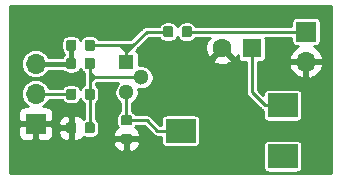
<source format=gtl>
G04 #@! TF.GenerationSoftware,KiCad,Pcbnew,(5.1.4)-1*
G04 #@! TF.CreationDate,2020-05-05T22:30:09+03:00*
G04 #@! TF.ProjectId,Singe_transistor_AMP,53696e67-655f-4747-9261-6e736973746f,V1*
G04 #@! TF.SameCoordinates,Original*
G04 #@! TF.FileFunction,Copper,L1,Top*
G04 #@! TF.FilePolarity,Positive*
%FSLAX46Y46*%
G04 Gerber Fmt 4.6, Leading zero omitted, Abs format (unit mm)*
G04 Created by KiCad (PCBNEW (5.1.4)-1) date 2020-05-05 22:30:09*
%MOMM*%
%LPD*%
G04 APERTURE LIST*
%ADD10R,2.500000X2.000000*%
%ADD11R,1.600000X1.600000*%
%ADD12C,1.600000*%
%ADD13R,1.700000X1.700000*%
%ADD14O,1.700000X1.700000*%
%ADD15C,1.300000*%
%ADD16R,1.300000X1.300000*%
%ADD17C,0.100000*%
%ADD18C,0.875000*%
%ADD19C,0.250000*%
%ADD20C,0.400000*%
%ADD21C,0.254000*%
G04 APERTURE END LIST*
D10*
X120525000Y-103150000D03*
X111875000Y-101000000D03*
X120525000Y-98850000D03*
D11*
X117900000Y-94000000D03*
D12*
X115400000Y-94000000D03*
D13*
X99600000Y-100400000D03*
D14*
X99600000Y-97860000D03*
X99600000Y-95320000D03*
D13*
X122500000Y-92600000D03*
D14*
X122500000Y-95140000D03*
D15*
X108570000Y-96470000D03*
X107300000Y-97740000D03*
D16*
X107300000Y-95200000D03*
D17*
G36*
X102852691Y-97426053D02*
G01*
X102873926Y-97429203D01*
X102894750Y-97434419D01*
X102914962Y-97441651D01*
X102934368Y-97450830D01*
X102952781Y-97461866D01*
X102970024Y-97474654D01*
X102985930Y-97489070D01*
X103000346Y-97504976D01*
X103013134Y-97522219D01*
X103024170Y-97540632D01*
X103033349Y-97560038D01*
X103040581Y-97580250D01*
X103045797Y-97601074D01*
X103048947Y-97622309D01*
X103050000Y-97643750D01*
X103050000Y-98156250D01*
X103048947Y-98177691D01*
X103045797Y-98198926D01*
X103040581Y-98219750D01*
X103033349Y-98239962D01*
X103024170Y-98259368D01*
X103013134Y-98277781D01*
X103000346Y-98295024D01*
X102985930Y-98310930D01*
X102970024Y-98325346D01*
X102952781Y-98338134D01*
X102934368Y-98349170D01*
X102914962Y-98358349D01*
X102894750Y-98365581D01*
X102873926Y-98370797D01*
X102852691Y-98373947D01*
X102831250Y-98375000D01*
X102393750Y-98375000D01*
X102372309Y-98373947D01*
X102351074Y-98370797D01*
X102330250Y-98365581D01*
X102310038Y-98358349D01*
X102290632Y-98349170D01*
X102272219Y-98338134D01*
X102254976Y-98325346D01*
X102239070Y-98310930D01*
X102224654Y-98295024D01*
X102211866Y-98277781D01*
X102200830Y-98259368D01*
X102191651Y-98239962D01*
X102184419Y-98219750D01*
X102179203Y-98198926D01*
X102176053Y-98177691D01*
X102175000Y-98156250D01*
X102175000Y-97643750D01*
X102176053Y-97622309D01*
X102179203Y-97601074D01*
X102184419Y-97580250D01*
X102191651Y-97560038D01*
X102200830Y-97540632D01*
X102211866Y-97522219D01*
X102224654Y-97504976D01*
X102239070Y-97489070D01*
X102254976Y-97474654D01*
X102272219Y-97461866D01*
X102290632Y-97450830D01*
X102310038Y-97441651D01*
X102330250Y-97434419D01*
X102351074Y-97429203D01*
X102372309Y-97426053D01*
X102393750Y-97425000D01*
X102831250Y-97425000D01*
X102852691Y-97426053D01*
X102852691Y-97426053D01*
G37*
D18*
X102612500Y-97900000D03*
D17*
G36*
X104427691Y-97426053D02*
G01*
X104448926Y-97429203D01*
X104469750Y-97434419D01*
X104489962Y-97441651D01*
X104509368Y-97450830D01*
X104527781Y-97461866D01*
X104545024Y-97474654D01*
X104560930Y-97489070D01*
X104575346Y-97504976D01*
X104588134Y-97522219D01*
X104599170Y-97540632D01*
X104608349Y-97560038D01*
X104615581Y-97580250D01*
X104620797Y-97601074D01*
X104623947Y-97622309D01*
X104625000Y-97643750D01*
X104625000Y-98156250D01*
X104623947Y-98177691D01*
X104620797Y-98198926D01*
X104615581Y-98219750D01*
X104608349Y-98239962D01*
X104599170Y-98259368D01*
X104588134Y-98277781D01*
X104575346Y-98295024D01*
X104560930Y-98310930D01*
X104545024Y-98325346D01*
X104527781Y-98338134D01*
X104509368Y-98349170D01*
X104489962Y-98358349D01*
X104469750Y-98365581D01*
X104448926Y-98370797D01*
X104427691Y-98373947D01*
X104406250Y-98375000D01*
X103968750Y-98375000D01*
X103947309Y-98373947D01*
X103926074Y-98370797D01*
X103905250Y-98365581D01*
X103885038Y-98358349D01*
X103865632Y-98349170D01*
X103847219Y-98338134D01*
X103829976Y-98325346D01*
X103814070Y-98310930D01*
X103799654Y-98295024D01*
X103786866Y-98277781D01*
X103775830Y-98259368D01*
X103766651Y-98239962D01*
X103759419Y-98219750D01*
X103754203Y-98198926D01*
X103751053Y-98177691D01*
X103750000Y-98156250D01*
X103750000Y-97643750D01*
X103751053Y-97622309D01*
X103754203Y-97601074D01*
X103759419Y-97580250D01*
X103766651Y-97560038D01*
X103775830Y-97540632D01*
X103786866Y-97522219D01*
X103799654Y-97504976D01*
X103814070Y-97489070D01*
X103829976Y-97474654D01*
X103847219Y-97461866D01*
X103865632Y-97450830D01*
X103885038Y-97441651D01*
X103905250Y-97434419D01*
X103926074Y-97429203D01*
X103947309Y-97426053D01*
X103968750Y-97425000D01*
X104406250Y-97425000D01*
X104427691Y-97426053D01*
X104427691Y-97426053D01*
G37*
D18*
X104187500Y-97900000D03*
D17*
G36*
X112640191Y-92126053D02*
G01*
X112661426Y-92129203D01*
X112682250Y-92134419D01*
X112702462Y-92141651D01*
X112721868Y-92150830D01*
X112740281Y-92161866D01*
X112757524Y-92174654D01*
X112773430Y-92189070D01*
X112787846Y-92204976D01*
X112800634Y-92222219D01*
X112811670Y-92240632D01*
X112820849Y-92260038D01*
X112828081Y-92280250D01*
X112833297Y-92301074D01*
X112836447Y-92322309D01*
X112837500Y-92343750D01*
X112837500Y-92856250D01*
X112836447Y-92877691D01*
X112833297Y-92898926D01*
X112828081Y-92919750D01*
X112820849Y-92939962D01*
X112811670Y-92959368D01*
X112800634Y-92977781D01*
X112787846Y-92995024D01*
X112773430Y-93010930D01*
X112757524Y-93025346D01*
X112740281Y-93038134D01*
X112721868Y-93049170D01*
X112702462Y-93058349D01*
X112682250Y-93065581D01*
X112661426Y-93070797D01*
X112640191Y-93073947D01*
X112618750Y-93075000D01*
X112181250Y-93075000D01*
X112159809Y-93073947D01*
X112138574Y-93070797D01*
X112117750Y-93065581D01*
X112097538Y-93058349D01*
X112078132Y-93049170D01*
X112059719Y-93038134D01*
X112042476Y-93025346D01*
X112026570Y-93010930D01*
X112012154Y-92995024D01*
X111999366Y-92977781D01*
X111988330Y-92959368D01*
X111979151Y-92939962D01*
X111971919Y-92919750D01*
X111966703Y-92898926D01*
X111963553Y-92877691D01*
X111962500Y-92856250D01*
X111962500Y-92343750D01*
X111963553Y-92322309D01*
X111966703Y-92301074D01*
X111971919Y-92280250D01*
X111979151Y-92260038D01*
X111988330Y-92240632D01*
X111999366Y-92222219D01*
X112012154Y-92204976D01*
X112026570Y-92189070D01*
X112042476Y-92174654D01*
X112059719Y-92161866D01*
X112078132Y-92150830D01*
X112097538Y-92141651D01*
X112117750Y-92134419D01*
X112138574Y-92129203D01*
X112159809Y-92126053D01*
X112181250Y-92125000D01*
X112618750Y-92125000D01*
X112640191Y-92126053D01*
X112640191Y-92126053D01*
G37*
D18*
X112400000Y-92600000D03*
D17*
G36*
X111065191Y-92126053D02*
G01*
X111086426Y-92129203D01*
X111107250Y-92134419D01*
X111127462Y-92141651D01*
X111146868Y-92150830D01*
X111165281Y-92161866D01*
X111182524Y-92174654D01*
X111198430Y-92189070D01*
X111212846Y-92204976D01*
X111225634Y-92222219D01*
X111236670Y-92240632D01*
X111245849Y-92260038D01*
X111253081Y-92280250D01*
X111258297Y-92301074D01*
X111261447Y-92322309D01*
X111262500Y-92343750D01*
X111262500Y-92856250D01*
X111261447Y-92877691D01*
X111258297Y-92898926D01*
X111253081Y-92919750D01*
X111245849Y-92939962D01*
X111236670Y-92959368D01*
X111225634Y-92977781D01*
X111212846Y-92995024D01*
X111198430Y-93010930D01*
X111182524Y-93025346D01*
X111165281Y-93038134D01*
X111146868Y-93049170D01*
X111127462Y-93058349D01*
X111107250Y-93065581D01*
X111086426Y-93070797D01*
X111065191Y-93073947D01*
X111043750Y-93075000D01*
X110606250Y-93075000D01*
X110584809Y-93073947D01*
X110563574Y-93070797D01*
X110542750Y-93065581D01*
X110522538Y-93058349D01*
X110503132Y-93049170D01*
X110484719Y-93038134D01*
X110467476Y-93025346D01*
X110451570Y-93010930D01*
X110437154Y-92995024D01*
X110424366Y-92977781D01*
X110413330Y-92959368D01*
X110404151Y-92939962D01*
X110396919Y-92919750D01*
X110391703Y-92898926D01*
X110388553Y-92877691D01*
X110387500Y-92856250D01*
X110387500Y-92343750D01*
X110388553Y-92322309D01*
X110391703Y-92301074D01*
X110396919Y-92280250D01*
X110404151Y-92260038D01*
X110413330Y-92240632D01*
X110424366Y-92222219D01*
X110437154Y-92204976D01*
X110451570Y-92189070D01*
X110467476Y-92174654D01*
X110484719Y-92161866D01*
X110503132Y-92150830D01*
X110522538Y-92141651D01*
X110542750Y-92134419D01*
X110563574Y-92129203D01*
X110584809Y-92126053D01*
X110606250Y-92125000D01*
X111043750Y-92125000D01*
X111065191Y-92126053D01*
X111065191Y-92126053D01*
G37*
D18*
X110825000Y-92600000D03*
D17*
G36*
X102852691Y-94826053D02*
G01*
X102873926Y-94829203D01*
X102894750Y-94834419D01*
X102914962Y-94841651D01*
X102934368Y-94850830D01*
X102952781Y-94861866D01*
X102970024Y-94874654D01*
X102985930Y-94889070D01*
X103000346Y-94904976D01*
X103013134Y-94922219D01*
X103024170Y-94940632D01*
X103033349Y-94960038D01*
X103040581Y-94980250D01*
X103045797Y-95001074D01*
X103048947Y-95022309D01*
X103050000Y-95043750D01*
X103050000Y-95556250D01*
X103048947Y-95577691D01*
X103045797Y-95598926D01*
X103040581Y-95619750D01*
X103033349Y-95639962D01*
X103024170Y-95659368D01*
X103013134Y-95677781D01*
X103000346Y-95695024D01*
X102985930Y-95710930D01*
X102970024Y-95725346D01*
X102952781Y-95738134D01*
X102934368Y-95749170D01*
X102914962Y-95758349D01*
X102894750Y-95765581D01*
X102873926Y-95770797D01*
X102852691Y-95773947D01*
X102831250Y-95775000D01*
X102393750Y-95775000D01*
X102372309Y-95773947D01*
X102351074Y-95770797D01*
X102330250Y-95765581D01*
X102310038Y-95758349D01*
X102290632Y-95749170D01*
X102272219Y-95738134D01*
X102254976Y-95725346D01*
X102239070Y-95710930D01*
X102224654Y-95695024D01*
X102211866Y-95677781D01*
X102200830Y-95659368D01*
X102191651Y-95639962D01*
X102184419Y-95619750D01*
X102179203Y-95598926D01*
X102176053Y-95577691D01*
X102175000Y-95556250D01*
X102175000Y-95043750D01*
X102176053Y-95022309D01*
X102179203Y-95001074D01*
X102184419Y-94980250D01*
X102191651Y-94960038D01*
X102200830Y-94940632D01*
X102211866Y-94922219D01*
X102224654Y-94904976D01*
X102239070Y-94889070D01*
X102254976Y-94874654D01*
X102272219Y-94861866D01*
X102290632Y-94850830D01*
X102310038Y-94841651D01*
X102330250Y-94834419D01*
X102351074Y-94829203D01*
X102372309Y-94826053D01*
X102393750Y-94825000D01*
X102831250Y-94825000D01*
X102852691Y-94826053D01*
X102852691Y-94826053D01*
G37*
D18*
X102612500Y-95300000D03*
D17*
G36*
X104427691Y-94826053D02*
G01*
X104448926Y-94829203D01*
X104469750Y-94834419D01*
X104489962Y-94841651D01*
X104509368Y-94850830D01*
X104527781Y-94861866D01*
X104545024Y-94874654D01*
X104560930Y-94889070D01*
X104575346Y-94904976D01*
X104588134Y-94922219D01*
X104599170Y-94940632D01*
X104608349Y-94960038D01*
X104615581Y-94980250D01*
X104620797Y-95001074D01*
X104623947Y-95022309D01*
X104625000Y-95043750D01*
X104625000Y-95556250D01*
X104623947Y-95577691D01*
X104620797Y-95598926D01*
X104615581Y-95619750D01*
X104608349Y-95639962D01*
X104599170Y-95659368D01*
X104588134Y-95677781D01*
X104575346Y-95695024D01*
X104560930Y-95710930D01*
X104545024Y-95725346D01*
X104527781Y-95738134D01*
X104509368Y-95749170D01*
X104489962Y-95758349D01*
X104469750Y-95765581D01*
X104448926Y-95770797D01*
X104427691Y-95773947D01*
X104406250Y-95775000D01*
X103968750Y-95775000D01*
X103947309Y-95773947D01*
X103926074Y-95770797D01*
X103905250Y-95765581D01*
X103885038Y-95758349D01*
X103865632Y-95749170D01*
X103847219Y-95738134D01*
X103829976Y-95725346D01*
X103814070Y-95710930D01*
X103799654Y-95695024D01*
X103786866Y-95677781D01*
X103775830Y-95659368D01*
X103766651Y-95639962D01*
X103759419Y-95619750D01*
X103754203Y-95598926D01*
X103751053Y-95577691D01*
X103750000Y-95556250D01*
X103750000Y-95043750D01*
X103751053Y-95022309D01*
X103754203Y-95001074D01*
X103759419Y-94980250D01*
X103766651Y-94960038D01*
X103775830Y-94940632D01*
X103786866Y-94922219D01*
X103799654Y-94904976D01*
X103814070Y-94889070D01*
X103829976Y-94874654D01*
X103847219Y-94861866D01*
X103865632Y-94850830D01*
X103885038Y-94841651D01*
X103905250Y-94834419D01*
X103926074Y-94829203D01*
X103947309Y-94826053D01*
X103968750Y-94825000D01*
X104406250Y-94825000D01*
X104427691Y-94826053D01*
X104427691Y-94826053D01*
G37*
D18*
X104187500Y-95300000D03*
D17*
G36*
X102852691Y-100276053D02*
G01*
X102873926Y-100279203D01*
X102894750Y-100284419D01*
X102914962Y-100291651D01*
X102934368Y-100300830D01*
X102952781Y-100311866D01*
X102970024Y-100324654D01*
X102985930Y-100339070D01*
X103000346Y-100354976D01*
X103013134Y-100372219D01*
X103024170Y-100390632D01*
X103033349Y-100410038D01*
X103040581Y-100430250D01*
X103045797Y-100451074D01*
X103048947Y-100472309D01*
X103050000Y-100493750D01*
X103050000Y-101006250D01*
X103048947Y-101027691D01*
X103045797Y-101048926D01*
X103040581Y-101069750D01*
X103033349Y-101089962D01*
X103024170Y-101109368D01*
X103013134Y-101127781D01*
X103000346Y-101145024D01*
X102985930Y-101160930D01*
X102970024Y-101175346D01*
X102952781Y-101188134D01*
X102934368Y-101199170D01*
X102914962Y-101208349D01*
X102894750Y-101215581D01*
X102873926Y-101220797D01*
X102852691Y-101223947D01*
X102831250Y-101225000D01*
X102393750Y-101225000D01*
X102372309Y-101223947D01*
X102351074Y-101220797D01*
X102330250Y-101215581D01*
X102310038Y-101208349D01*
X102290632Y-101199170D01*
X102272219Y-101188134D01*
X102254976Y-101175346D01*
X102239070Y-101160930D01*
X102224654Y-101145024D01*
X102211866Y-101127781D01*
X102200830Y-101109368D01*
X102191651Y-101089962D01*
X102184419Y-101069750D01*
X102179203Y-101048926D01*
X102176053Y-101027691D01*
X102175000Y-101006250D01*
X102175000Y-100493750D01*
X102176053Y-100472309D01*
X102179203Y-100451074D01*
X102184419Y-100430250D01*
X102191651Y-100410038D01*
X102200830Y-100390632D01*
X102211866Y-100372219D01*
X102224654Y-100354976D01*
X102239070Y-100339070D01*
X102254976Y-100324654D01*
X102272219Y-100311866D01*
X102290632Y-100300830D01*
X102310038Y-100291651D01*
X102330250Y-100284419D01*
X102351074Y-100279203D01*
X102372309Y-100276053D01*
X102393750Y-100275000D01*
X102831250Y-100275000D01*
X102852691Y-100276053D01*
X102852691Y-100276053D01*
G37*
D18*
X102612500Y-100750000D03*
D17*
G36*
X104427691Y-100276053D02*
G01*
X104448926Y-100279203D01*
X104469750Y-100284419D01*
X104489962Y-100291651D01*
X104509368Y-100300830D01*
X104527781Y-100311866D01*
X104545024Y-100324654D01*
X104560930Y-100339070D01*
X104575346Y-100354976D01*
X104588134Y-100372219D01*
X104599170Y-100390632D01*
X104608349Y-100410038D01*
X104615581Y-100430250D01*
X104620797Y-100451074D01*
X104623947Y-100472309D01*
X104625000Y-100493750D01*
X104625000Y-101006250D01*
X104623947Y-101027691D01*
X104620797Y-101048926D01*
X104615581Y-101069750D01*
X104608349Y-101089962D01*
X104599170Y-101109368D01*
X104588134Y-101127781D01*
X104575346Y-101145024D01*
X104560930Y-101160930D01*
X104545024Y-101175346D01*
X104527781Y-101188134D01*
X104509368Y-101199170D01*
X104489962Y-101208349D01*
X104469750Y-101215581D01*
X104448926Y-101220797D01*
X104427691Y-101223947D01*
X104406250Y-101225000D01*
X103968750Y-101225000D01*
X103947309Y-101223947D01*
X103926074Y-101220797D01*
X103905250Y-101215581D01*
X103885038Y-101208349D01*
X103865632Y-101199170D01*
X103847219Y-101188134D01*
X103829976Y-101175346D01*
X103814070Y-101160930D01*
X103799654Y-101145024D01*
X103786866Y-101127781D01*
X103775830Y-101109368D01*
X103766651Y-101089962D01*
X103759419Y-101069750D01*
X103754203Y-101048926D01*
X103751053Y-101027691D01*
X103750000Y-101006250D01*
X103750000Y-100493750D01*
X103751053Y-100472309D01*
X103754203Y-100451074D01*
X103759419Y-100430250D01*
X103766651Y-100410038D01*
X103775830Y-100390632D01*
X103786866Y-100372219D01*
X103799654Y-100354976D01*
X103814070Y-100339070D01*
X103829976Y-100324654D01*
X103847219Y-100311866D01*
X103865632Y-100300830D01*
X103885038Y-100291651D01*
X103905250Y-100284419D01*
X103926074Y-100279203D01*
X103947309Y-100276053D01*
X103968750Y-100275000D01*
X104406250Y-100275000D01*
X104427691Y-100276053D01*
X104427691Y-100276053D01*
G37*
D18*
X104187500Y-100750000D03*
D17*
G36*
X104427691Y-93276053D02*
G01*
X104448926Y-93279203D01*
X104469750Y-93284419D01*
X104489962Y-93291651D01*
X104509368Y-93300830D01*
X104527781Y-93311866D01*
X104545024Y-93324654D01*
X104560930Y-93339070D01*
X104575346Y-93354976D01*
X104588134Y-93372219D01*
X104599170Y-93390632D01*
X104608349Y-93410038D01*
X104615581Y-93430250D01*
X104620797Y-93451074D01*
X104623947Y-93472309D01*
X104625000Y-93493750D01*
X104625000Y-94006250D01*
X104623947Y-94027691D01*
X104620797Y-94048926D01*
X104615581Y-94069750D01*
X104608349Y-94089962D01*
X104599170Y-94109368D01*
X104588134Y-94127781D01*
X104575346Y-94145024D01*
X104560930Y-94160930D01*
X104545024Y-94175346D01*
X104527781Y-94188134D01*
X104509368Y-94199170D01*
X104489962Y-94208349D01*
X104469750Y-94215581D01*
X104448926Y-94220797D01*
X104427691Y-94223947D01*
X104406250Y-94225000D01*
X103968750Y-94225000D01*
X103947309Y-94223947D01*
X103926074Y-94220797D01*
X103905250Y-94215581D01*
X103885038Y-94208349D01*
X103865632Y-94199170D01*
X103847219Y-94188134D01*
X103829976Y-94175346D01*
X103814070Y-94160930D01*
X103799654Y-94145024D01*
X103786866Y-94127781D01*
X103775830Y-94109368D01*
X103766651Y-94089962D01*
X103759419Y-94069750D01*
X103754203Y-94048926D01*
X103751053Y-94027691D01*
X103750000Y-94006250D01*
X103750000Y-93493750D01*
X103751053Y-93472309D01*
X103754203Y-93451074D01*
X103759419Y-93430250D01*
X103766651Y-93410038D01*
X103775830Y-93390632D01*
X103786866Y-93372219D01*
X103799654Y-93354976D01*
X103814070Y-93339070D01*
X103829976Y-93324654D01*
X103847219Y-93311866D01*
X103865632Y-93300830D01*
X103885038Y-93291651D01*
X103905250Y-93284419D01*
X103926074Y-93279203D01*
X103947309Y-93276053D01*
X103968750Y-93275000D01*
X104406250Y-93275000D01*
X104427691Y-93276053D01*
X104427691Y-93276053D01*
G37*
D18*
X104187500Y-93750000D03*
D17*
G36*
X102852691Y-93276053D02*
G01*
X102873926Y-93279203D01*
X102894750Y-93284419D01*
X102914962Y-93291651D01*
X102934368Y-93300830D01*
X102952781Y-93311866D01*
X102970024Y-93324654D01*
X102985930Y-93339070D01*
X103000346Y-93354976D01*
X103013134Y-93372219D01*
X103024170Y-93390632D01*
X103033349Y-93410038D01*
X103040581Y-93430250D01*
X103045797Y-93451074D01*
X103048947Y-93472309D01*
X103050000Y-93493750D01*
X103050000Y-94006250D01*
X103048947Y-94027691D01*
X103045797Y-94048926D01*
X103040581Y-94069750D01*
X103033349Y-94089962D01*
X103024170Y-94109368D01*
X103013134Y-94127781D01*
X103000346Y-94145024D01*
X102985930Y-94160930D01*
X102970024Y-94175346D01*
X102952781Y-94188134D01*
X102934368Y-94199170D01*
X102914962Y-94208349D01*
X102894750Y-94215581D01*
X102873926Y-94220797D01*
X102852691Y-94223947D01*
X102831250Y-94225000D01*
X102393750Y-94225000D01*
X102372309Y-94223947D01*
X102351074Y-94220797D01*
X102330250Y-94215581D01*
X102310038Y-94208349D01*
X102290632Y-94199170D01*
X102272219Y-94188134D01*
X102254976Y-94175346D01*
X102239070Y-94160930D01*
X102224654Y-94145024D01*
X102211866Y-94127781D01*
X102200830Y-94109368D01*
X102191651Y-94089962D01*
X102184419Y-94069750D01*
X102179203Y-94048926D01*
X102176053Y-94027691D01*
X102175000Y-94006250D01*
X102175000Y-93493750D01*
X102176053Y-93472309D01*
X102179203Y-93451074D01*
X102184419Y-93430250D01*
X102191651Y-93410038D01*
X102200830Y-93390632D01*
X102211866Y-93372219D01*
X102224654Y-93354976D01*
X102239070Y-93339070D01*
X102254976Y-93324654D01*
X102272219Y-93311866D01*
X102290632Y-93300830D01*
X102310038Y-93291651D01*
X102330250Y-93284419D01*
X102351074Y-93279203D01*
X102372309Y-93276053D01*
X102393750Y-93275000D01*
X102831250Y-93275000D01*
X102852691Y-93276053D01*
X102852691Y-93276053D01*
G37*
D18*
X102612500Y-93750000D03*
D17*
G36*
X107577691Y-99676053D02*
G01*
X107598926Y-99679203D01*
X107619750Y-99684419D01*
X107639962Y-99691651D01*
X107659368Y-99700830D01*
X107677781Y-99711866D01*
X107695024Y-99724654D01*
X107710930Y-99739070D01*
X107725346Y-99754976D01*
X107738134Y-99772219D01*
X107749170Y-99790632D01*
X107758349Y-99810038D01*
X107765581Y-99830250D01*
X107770797Y-99851074D01*
X107773947Y-99872309D01*
X107775000Y-99893750D01*
X107775000Y-100331250D01*
X107773947Y-100352691D01*
X107770797Y-100373926D01*
X107765581Y-100394750D01*
X107758349Y-100414962D01*
X107749170Y-100434368D01*
X107738134Y-100452781D01*
X107725346Y-100470024D01*
X107710930Y-100485930D01*
X107695024Y-100500346D01*
X107677781Y-100513134D01*
X107659368Y-100524170D01*
X107639962Y-100533349D01*
X107619750Y-100540581D01*
X107598926Y-100545797D01*
X107577691Y-100548947D01*
X107556250Y-100550000D01*
X107043750Y-100550000D01*
X107022309Y-100548947D01*
X107001074Y-100545797D01*
X106980250Y-100540581D01*
X106960038Y-100533349D01*
X106940632Y-100524170D01*
X106922219Y-100513134D01*
X106904976Y-100500346D01*
X106889070Y-100485930D01*
X106874654Y-100470024D01*
X106861866Y-100452781D01*
X106850830Y-100434368D01*
X106841651Y-100414962D01*
X106834419Y-100394750D01*
X106829203Y-100373926D01*
X106826053Y-100352691D01*
X106825000Y-100331250D01*
X106825000Y-99893750D01*
X106826053Y-99872309D01*
X106829203Y-99851074D01*
X106834419Y-99830250D01*
X106841651Y-99810038D01*
X106850830Y-99790632D01*
X106861866Y-99772219D01*
X106874654Y-99754976D01*
X106889070Y-99739070D01*
X106904976Y-99724654D01*
X106922219Y-99711866D01*
X106940632Y-99700830D01*
X106960038Y-99691651D01*
X106980250Y-99684419D01*
X107001074Y-99679203D01*
X107022309Y-99676053D01*
X107043750Y-99675000D01*
X107556250Y-99675000D01*
X107577691Y-99676053D01*
X107577691Y-99676053D01*
G37*
D18*
X107300000Y-100112500D03*
D17*
G36*
X107577691Y-101251053D02*
G01*
X107598926Y-101254203D01*
X107619750Y-101259419D01*
X107639962Y-101266651D01*
X107659368Y-101275830D01*
X107677781Y-101286866D01*
X107695024Y-101299654D01*
X107710930Y-101314070D01*
X107725346Y-101329976D01*
X107738134Y-101347219D01*
X107749170Y-101365632D01*
X107758349Y-101385038D01*
X107765581Y-101405250D01*
X107770797Y-101426074D01*
X107773947Y-101447309D01*
X107775000Y-101468750D01*
X107775000Y-101906250D01*
X107773947Y-101927691D01*
X107770797Y-101948926D01*
X107765581Y-101969750D01*
X107758349Y-101989962D01*
X107749170Y-102009368D01*
X107738134Y-102027781D01*
X107725346Y-102045024D01*
X107710930Y-102060930D01*
X107695024Y-102075346D01*
X107677781Y-102088134D01*
X107659368Y-102099170D01*
X107639962Y-102108349D01*
X107619750Y-102115581D01*
X107598926Y-102120797D01*
X107577691Y-102123947D01*
X107556250Y-102125000D01*
X107043750Y-102125000D01*
X107022309Y-102123947D01*
X107001074Y-102120797D01*
X106980250Y-102115581D01*
X106960038Y-102108349D01*
X106940632Y-102099170D01*
X106922219Y-102088134D01*
X106904976Y-102075346D01*
X106889070Y-102060930D01*
X106874654Y-102045024D01*
X106861866Y-102027781D01*
X106850830Y-102009368D01*
X106841651Y-101989962D01*
X106834419Y-101969750D01*
X106829203Y-101948926D01*
X106826053Y-101927691D01*
X106825000Y-101906250D01*
X106825000Y-101468750D01*
X106826053Y-101447309D01*
X106829203Y-101426074D01*
X106834419Y-101405250D01*
X106841651Y-101385038D01*
X106850830Y-101365632D01*
X106861866Y-101347219D01*
X106874654Y-101329976D01*
X106889070Y-101314070D01*
X106904976Y-101299654D01*
X106922219Y-101286866D01*
X106940632Y-101275830D01*
X106960038Y-101266651D01*
X106980250Y-101259419D01*
X107001074Y-101254203D01*
X107022309Y-101251053D01*
X107043750Y-101250000D01*
X107556250Y-101250000D01*
X107577691Y-101251053D01*
X107577691Y-101251053D01*
G37*
D18*
X107300000Y-101687500D03*
D19*
X102572500Y-97860000D02*
X102612500Y-97900000D01*
X99600000Y-97860000D02*
X102572500Y-97860000D01*
X104087500Y-97800000D02*
X104187500Y-97900000D01*
X104200000Y-97912500D02*
X104187500Y-97900000D01*
X104200000Y-99612500D02*
X104200000Y-97912500D01*
X107650762Y-96470000D02*
X107643262Y-96462500D01*
X108570000Y-96470000D02*
X107650762Y-96470000D01*
X104512500Y-96462500D02*
X104187500Y-96137500D01*
X104537500Y-96462500D02*
X104512500Y-96462500D01*
X104187500Y-96462500D02*
X104187500Y-96137500D01*
X104537500Y-96462500D02*
X104187500Y-96462500D01*
X107643262Y-96462500D02*
X104537500Y-96462500D01*
X104537500Y-96462500D02*
X104187500Y-96812500D01*
X104187500Y-97900000D02*
X104187500Y-96812500D01*
X104187500Y-96812500D02*
X104187500Y-96462500D01*
X104187500Y-96137500D02*
X104187500Y-95300000D01*
X104187500Y-100175000D02*
X104187500Y-97900000D01*
X104187500Y-100750000D02*
X104187500Y-100175000D01*
X120275000Y-98850000D02*
X120525000Y-98850000D01*
X117900000Y-94000000D02*
X117900000Y-96475000D01*
X117900000Y-95050000D02*
X117900000Y-94000000D01*
X117900000Y-97725000D02*
X117900000Y-95050000D01*
X119025000Y-98850000D02*
X117900000Y-97725000D01*
X120525000Y-98850000D02*
X119025000Y-98850000D01*
X121400000Y-92600000D02*
X122500000Y-92600000D01*
X113725000Y-92600000D02*
X115800000Y-92600000D01*
X122500000Y-92600000D02*
X115800000Y-92600000D01*
X115800000Y-92600000D02*
X114900000Y-92600000D01*
X113725000Y-92600000D02*
X112400000Y-92600000D01*
X107300000Y-94275000D02*
X107300000Y-94300000D01*
X107300000Y-95200000D02*
X107300000Y-94300000D01*
X107437500Y-94137500D02*
X107450000Y-94150000D01*
X107162500Y-94137500D02*
X107437500Y-94137500D01*
X107300000Y-94300000D02*
X107450000Y-94150000D01*
X107162500Y-94137500D02*
X107300000Y-94275000D01*
X106750000Y-93750000D02*
X106887500Y-93887500D01*
X104187500Y-93750000D02*
X106750000Y-93750000D01*
X106750000Y-93750000D02*
X107300000Y-94300000D01*
X107450000Y-94150000D02*
X107850000Y-93750000D01*
X106750000Y-93750000D02*
X107050000Y-93750000D01*
X107300000Y-94000000D02*
X107550000Y-93750000D01*
X107550000Y-93750000D02*
X107850000Y-93750000D01*
X107050000Y-93750000D02*
X107550000Y-93750000D01*
X107300000Y-94000000D02*
X107437500Y-94137500D01*
X107050000Y-93750000D02*
X107300000Y-94000000D01*
X110287500Y-92600000D02*
X109000000Y-92600000D01*
X110825000Y-92600000D02*
X110287500Y-92600000D01*
X107850000Y-93750000D02*
X109000000Y-92600000D01*
D20*
X102592500Y-95320000D02*
X102612500Y-95300000D01*
X99600000Y-95320000D02*
X102592500Y-95320000D01*
X102662500Y-95250000D02*
X102612500Y-95300000D01*
X102612500Y-95300000D02*
X102612500Y-93750000D01*
D19*
X107700000Y-100112500D02*
X109012500Y-100112500D01*
X109900000Y-101000000D02*
X111875000Y-101000000D01*
X109012500Y-100112500D02*
X109900000Y-101000000D01*
X107300000Y-100112500D02*
X107300000Y-97740000D01*
D21*
G36*
X124594000Y-104594000D02*
G01*
X97406000Y-104594000D01*
X97406000Y-102125000D01*
X106186928Y-102125000D01*
X106199188Y-102249482D01*
X106235498Y-102369180D01*
X106294463Y-102479494D01*
X106373815Y-102576185D01*
X106470506Y-102655537D01*
X106580820Y-102714502D01*
X106700518Y-102750812D01*
X106825000Y-102763072D01*
X107014250Y-102760000D01*
X107173000Y-102601250D01*
X107173000Y-101814500D01*
X107427000Y-101814500D01*
X107427000Y-102601250D01*
X107585750Y-102760000D01*
X107775000Y-102763072D01*
X107899482Y-102750812D01*
X108019180Y-102714502D01*
X108129494Y-102655537D01*
X108226185Y-102576185D01*
X108305537Y-102479494D01*
X108364502Y-102369180D01*
X108400812Y-102249482D01*
X108413072Y-102125000D01*
X108410000Y-101973250D01*
X108251250Y-101814500D01*
X107427000Y-101814500D01*
X107173000Y-101814500D01*
X106348750Y-101814500D01*
X106190000Y-101973250D01*
X106186928Y-102125000D01*
X97406000Y-102125000D01*
X97406000Y-101250000D01*
X98111928Y-101250000D01*
X98124188Y-101374482D01*
X98160498Y-101494180D01*
X98219463Y-101604494D01*
X98298815Y-101701185D01*
X98395506Y-101780537D01*
X98505820Y-101839502D01*
X98625518Y-101875812D01*
X98750000Y-101888072D01*
X99314250Y-101885000D01*
X99473000Y-101726250D01*
X99473000Y-100527000D01*
X99727000Y-100527000D01*
X99727000Y-101726250D01*
X99885750Y-101885000D01*
X100450000Y-101888072D01*
X100574482Y-101875812D01*
X100694180Y-101839502D01*
X100804494Y-101780537D01*
X100901185Y-101701185D01*
X100980537Y-101604494D01*
X101039502Y-101494180D01*
X101075812Y-101374482D01*
X101088072Y-101250000D01*
X101087936Y-101225000D01*
X101536928Y-101225000D01*
X101549188Y-101349482D01*
X101585498Y-101469180D01*
X101644463Y-101579494D01*
X101723815Y-101676185D01*
X101820506Y-101755537D01*
X101930820Y-101814502D01*
X102050518Y-101850812D01*
X102175000Y-101863072D01*
X102326750Y-101860000D01*
X102485500Y-101701250D01*
X102485500Y-100877000D01*
X101698750Y-100877000D01*
X101540000Y-101035750D01*
X101536928Y-101225000D01*
X101087936Y-101225000D01*
X101085000Y-100685750D01*
X100926250Y-100527000D01*
X99727000Y-100527000D01*
X99473000Y-100527000D01*
X98273750Y-100527000D01*
X98115000Y-100685750D01*
X98111928Y-101250000D01*
X97406000Y-101250000D01*
X97406000Y-100275000D01*
X101536928Y-100275000D01*
X101540000Y-100464250D01*
X101698750Y-100623000D01*
X102485500Y-100623000D01*
X102485500Y-99798750D01*
X102326750Y-99640000D01*
X102175000Y-99636928D01*
X102050518Y-99649188D01*
X101930820Y-99685498D01*
X101820506Y-99744463D01*
X101723815Y-99823815D01*
X101644463Y-99920506D01*
X101585498Y-100030820D01*
X101549188Y-100150518D01*
X101536928Y-100275000D01*
X97406000Y-100275000D01*
X97406000Y-99550000D01*
X98111928Y-99550000D01*
X98115000Y-100114250D01*
X98273750Y-100273000D01*
X99473000Y-100273000D01*
X99473000Y-100253000D01*
X99727000Y-100253000D01*
X99727000Y-100273000D01*
X100926250Y-100273000D01*
X101085000Y-100114250D01*
X101088072Y-99550000D01*
X101075812Y-99425518D01*
X101039502Y-99305820D01*
X100980537Y-99195506D01*
X100901185Y-99098815D01*
X100804494Y-99019463D01*
X100694180Y-98960498D01*
X100574482Y-98924188D01*
X100450000Y-98911928D01*
X100241242Y-98913065D01*
X100287216Y-98888491D01*
X100474660Y-98734660D01*
X100628491Y-98547216D01*
X100725353Y-98366000D01*
X101831741Y-98366000D01*
X101837951Y-98386470D01*
X101893544Y-98490477D01*
X101968360Y-98581640D01*
X102059523Y-98656456D01*
X102163530Y-98712049D01*
X102276385Y-98746284D01*
X102393750Y-98757843D01*
X102831250Y-98757843D01*
X102948615Y-98746284D01*
X103061470Y-98712049D01*
X103165477Y-98656456D01*
X103256640Y-98581640D01*
X103331456Y-98490477D01*
X103387049Y-98386470D01*
X103400000Y-98343777D01*
X103412951Y-98386470D01*
X103468544Y-98490477D01*
X103543360Y-98581640D01*
X103634523Y-98656456D01*
X103681501Y-98681566D01*
X103681500Y-99968434D01*
X103634523Y-99993544D01*
X103624134Y-100002070D01*
X103580537Y-99920506D01*
X103501185Y-99823815D01*
X103404494Y-99744463D01*
X103294180Y-99685498D01*
X103174482Y-99649188D01*
X103050000Y-99636928D01*
X102898250Y-99640000D01*
X102739500Y-99798750D01*
X102739500Y-100623000D01*
X102759500Y-100623000D01*
X102759500Y-100877000D01*
X102739500Y-100877000D01*
X102739500Y-101701250D01*
X102898250Y-101860000D01*
X103050000Y-101863072D01*
X103174482Y-101850812D01*
X103294180Y-101814502D01*
X103404494Y-101755537D01*
X103501185Y-101676185D01*
X103580537Y-101579494D01*
X103624134Y-101497930D01*
X103634523Y-101506456D01*
X103738530Y-101562049D01*
X103851385Y-101596284D01*
X103968750Y-101607843D01*
X104406250Y-101607843D01*
X104523615Y-101596284D01*
X104636470Y-101562049D01*
X104740477Y-101506456D01*
X104831640Y-101431640D01*
X104906456Y-101340477D01*
X104962049Y-101236470D01*
X104996284Y-101123615D01*
X105007843Y-101006250D01*
X105007843Y-100493750D01*
X104996284Y-100376385D01*
X104962049Y-100263530D01*
X104906456Y-100159523D01*
X104831640Y-100068360D01*
X104740477Y-99993544D01*
X104693500Y-99968434D01*
X104693500Y-99728763D01*
X104698678Y-99711693D01*
X104706000Y-99637354D01*
X104706000Y-98674884D01*
X104740477Y-98656456D01*
X104831640Y-98581640D01*
X104906456Y-98490477D01*
X104962049Y-98386470D01*
X104996284Y-98273615D01*
X105007843Y-98156250D01*
X105007843Y-97643750D01*
X104996284Y-97526385D01*
X104962049Y-97413530D01*
X104906456Y-97309523D01*
X104831640Y-97218360D01*
X104740477Y-97143544D01*
X104693500Y-97118434D01*
X104693500Y-97022091D01*
X104747092Y-96968500D01*
X106613446Y-96968500D01*
X106499170Y-97082776D01*
X106386339Y-97251638D01*
X106308620Y-97439268D01*
X106269000Y-97638455D01*
X106269000Y-97841545D01*
X106308620Y-98040732D01*
X106386339Y-98228362D01*
X106499170Y-98397224D01*
X106642776Y-98540830D01*
X106794001Y-98641876D01*
X106794000Y-99348390D01*
X106709523Y-99393544D01*
X106618360Y-99468360D01*
X106543544Y-99559523D01*
X106487951Y-99663530D01*
X106453716Y-99776385D01*
X106442157Y-99893750D01*
X106442157Y-100331250D01*
X106453716Y-100448615D01*
X106487951Y-100561470D01*
X106543544Y-100665477D01*
X106552070Y-100675866D01*
X106470506Y-100719463D01*
X106373815Y-100798815D01*
X106294463Y-100895506D01*
X106235498Y-101005820D01*
X106199188Y-101125518D01*
X106186928Y-101250000D01*
X106190000Y-101401750D01*
X106348750Y-101560500D01*
X107173000Y-101560500D01*
X107173000Y-101540500D01*
X107427000Y-101540500D01*
X107427000Y-101560500D01*
X108251250Y-101560500D01*
X108410000Y-101401750D01*
X108413072Y-101250000D01*
X108400812Y-101125518D01*
X108364502Y-101005820D01*
X108305537Y-100895506D01*
X108226185Y-100798815D01*
X108129494Y-100719463D01*
X108047930Y-100675866D01*
X108056456Y-100665477D01*
X108081566Y-100618500D01*
X108802909Y-100618500D01*
X109524628Y-101340220D01*
X109540473Y-101359527D01*
X109617521Y-101422759D01*
X109704368Y-101469180D01*
X109705425Y-101469745D01*
X109800807Y-101498678D01*
X109900000Y-101508448D01*
X109924854Y-101506000D01*
X110242157Y-101506000D01*
X110242157Y-102000000D01*
X110249513Y-102074689D01*
X110271299Y-102146508D01*
X110306678Y-102212696D01*
X110354289Y-102270711D01*
X110412304Y-102318322D01*
X110478492Y-102353701D01*
X110550311Y-102375487D01*
X110625000Y-102382843D01*
X113125000Y-102382843D01*
X113199689Y-102375487D01*
X113271508Y-102353701D01*
X113337696Y-102318322D01*
X113395711Y-102270711D01*
X113443322Y-102212696D01*
X113476834Y-102150000D01*
X118892157Y-102150000D01*
X118892157Y-104150000D01*
X118899513Y-104224689D01*
X118921299Y-104296508D01*
X118956678Y-104362696D01*
X119004289Y-104420711D01*
X119062304Y-104468322D01*
X119128492Y-104503701D01*
X119200311Y-104525487D01*
X119275000Y-104532843D01*
X121775000Y-104532843D01*
X121849689Y-104525487D01*
X121921508Y-104503701D01*
X121987696Y-104468322D01*
X122045711Y-104420711D01*
X122093322Y-104362696D01*
X122128701Y-104296508D01*
X122150487Y-104224689D01*
X122157843Y-104150000D01*
X122157843Y-102150000D01*
X122150487Y-102075311D01*
X122128701Y-102003492D01*
X122093322Y-101937304D01*
X122045711Y-101879289D01*
X121987696Y-101831678D01*
X121921508Y-101796299D01*
X121849689Y-101774513D01*
X121775000Y-101767157D01*
X119275000Y-101767157D01*
X119200311Y-101774513D01*
X119128492Y-101796299D01*
X119062304Y-101831678D01*
X119004289Y-101879289D01*
X118956678Y-101937304D01*
X118921299Y-102003492D01*
X118899513Y-102075311D01*
X118892157Y-102150000D01*
X113476834Y-102150000D01*
X113478701Y-102146508D01*
X113500487Y-102074689D01*
X113507843Y-102000000D01*
X113507843Y-100000000D01*
X113500487Y-99925311D01*
X113478701Y-99853492D01*
X113443322Y-99787304D01*
X113395711Y-99729289D01*
X113337696Y-99681678D01*
X113271508Y-99646299D01*
X113199689Y-99624513D01*
X113125000Y-99617157D01*
X110625000Y-99617157D01*
X110550311Y-99624513D01*
X110478492Y-99646299D01*
X110412304Y-99681678D01*
X110354289Y-99729289D01*
X110306678Y-99787304D01*
X110271299Y-99853492D01*
X110249513Y-99925311D01*
X110242157Y-100000000D01*
X110242157Y-100494000D01*
X110109592Y-100494000D01*
X109387876Y-99772285D01*
X109372027Y-99752973D01*
X109294979Y-99689741D01*
X109207075Y-99642755D01*
X109111693Y-99613822D01*
X109037354Y-99606500D01*
X109037346Y-99606500D01*
X109012500Y-99604053D01*
X108987654Y-99606500D01*
X108081566Y-99606500D01*
X108056456Y-99559523D01*
X107981640Y-99468360D01*
X107890477Y-99393544D01*
X107806000Y-99348390D01*
X107806000Y-98641876D01*
X107957224Y-98540830D01*
X108100830Y-98397224D01*
X108213661Y-98228362D01*
X108291380Y-98040732D01*
X108331000Y-97841545D01*
X108331000Y-97638455D01*
X108296870Y-97466870D01*
X108468455Y-97501000D01*
X108671545Y-97501000D01*
X108870732Y-97461380D01*
X109058362Y-97383661D01*
X109227224Y-97270830D01*
X109370830Y-97127224D01*
X109483661Y-96958362D01*
X109561380Y-96770732D01*
X109601000Y-96571545D01*
X109601000Y-96368455D01*
X109561380Y-96169268D01*
X109483661Y-95981638D01*
X109370830Y-95812776D01*
X109227224Y-95669170D01*
X109058362Y-95556339D01*
X108870732Y-95478620D01*
X108671545Y-95439000D01*
X108468455Y-95439000D01*
X108332843Y-95465974D01*
X108332843Y-94992702D01*
X114586903Y-94992702D01*
X114658486Y-95236671D01*
X114913996Y-95357571D01*
X115188184Y-95426300D01*
X115470512Y-95440217D01*
X115750130Y-95398787D01*
X116016292Y-95303603D01*
X116141514Y-95236671D01*
X116213097Y-94992702D01*
X115400000Y-94179605D01*
X114586903Y-94992702D01*
X108332843Y-94992702D01*
X108332843Y-94550000D01*
X108325487Y-94475311D01*
X108303701Y-94403492D01*
X108268322Y-94337304D01*
X108220711Y-94279289D01*
X108162696Y-94231678D01*
X108111356Y-94204236D01*
X108190222Y-94125370D01*
X108209527Y-94109527D01*
X108225376Y-94090215D01*
X109209592Y-93106000D01*
X110060890Y-93106000D01*
X110106044Y-93190477D01*
X110180860Y-93281640D01*
X110272023Y-93356456D01*
X110376030Y-93412049D01*
X110488885Y-93446284D01*
X110606250Y-93457843D01*
X111043750Y-93457843D01*
X111161115Y-93446284D01*
X111273970Y-93412049D01*
X111377977Y-93356456D01*
X111469140Y-93281640D01*
X111543956Y-93190477D01*
X111599549Y-93086470D01*
X111612500Y-93043777D01*
X111625451Y-93086470D01*
X111681044Y-93190477D01*
X111755860Y-93281640D01*
X111847023Y-93356456D01*
X111951030Y-93412049D01*
X112063885Y-93446284D01*
X112181250Y-93457843D01*
X112618750Y-93457843D01*
X112736115Y-93446284D01*
X112848970Y-93412049D01*
X112952977Y-93356456D01*
X113044140Y-93281640D01*
X113118956Y-93190477D01*
X113164110Y-93106000D01*
X114326393Y-93106000D01*
X114407296Y-93186903D01*
X114163329Y-93258486D01*
X114042429Y-93513996D01*
X113973700Y-93788184D01*
X113959783Y-94070512D01*
X114001213Y-94350130D01*
X114096397Y-94616292D01*
X114163329Y-94741514D01*
X114407298Y-94813097D01*
X115220395Y-94000000D01*
X115206253Y-93985858D01*
X115385858Y-93806253D01*
X115400000Y-93820395D01*
X115414143Y-93806253D01*
X115593748Y-93985858D01*
X115579605Y-94000000D01*
X116392702Y-94813097D01*
X116636671Y-94741514D01*
X116717157Y-94571415D01*
X116717157Y-94800000D01*
X116724513Y-94874689D01*
X116746299Y-94946508D01*
X116781678Y-95012696D01*
X116829289Y-95070711D01*
X116887304Y-95118322D01*
X116953492Y-95153701D01*
X117025311Y-95175487D01*
X117100000Y-95182843D01*
X117394000Y-95182843D01*
X117394001Y-95244574D01*
X117394000Y-97700154D01*
X117391553Y-97725000D01*
X117394000Y-97749846D01*
X117394000Y-97749853D01*
X117401322Y-97824192D01*
X117430255Y-97919574D01*
X117477241Y-98007479D01*
X117540473Y-98084527D01*
X117559785Y-98100376D01*
X118649628Y-99190220D01*
X118665473Y-99209527D01*
X118742521Y-99272759D01*
X118830425Y-99319745D01*
X118890444Y-99337951D01*
X118892157Y-99338471D01*
X118892157Y-99850000D01*
X118899513Y-99924689D01*
X118921299Y-99996508D01*
X118956678Y-100062696D01*
X119004289Y-100120711D01*
X119062304Y-100168322D01*
X119128492Y-100203701D01*
X119200311Y-100225487D01*
X119275000Y-100232843D01*
X121775000Y-100232843D01*
X121849689Y-100225487D01*
X121921508Y-100203701D01*
X121987696Y-100168322D01*
X122045711Y-100120711D01*
X122093322Y-100062696D01*
X122128701Y-99996508D01*
X122150487Y-99924689D01*
X122157843Y-99850000D01*
X122157843Y-97850000D01*
X122150487Y-97775311D01*
X122128701Y-97703492D01*
X122093322Y-97637304D01*
X122045711Y-97579289D01*
X121987696Y-97531678D01*
X121921508Y-97496299D01*
X121849689Y-97474513D01*
X121775000Y-97467157D01*
X119275000Y-97467157D01*
X119200311Y-97474513D01*
X119128492Y-97496299D01*
X119062304Y-97531678D01*
X119004289Y-97579289D01*
X118956678Y-97637304D01*
X118921299Y-97703492D01*
X118899513Y-97775311D01*
X118892157Y-97850000D01*
X118892157Y-98001565D01*
X118406000Y-97515409D01*
X118406000Y-95496890D01*
X121058524Y-95496890D01*
X121103175Y-95644099D01*
X121228359Y-95906920D01*
X121402412Y-96140269D01*
X121618645Y-96335178D01*
X121868748Y-96484157D01*
X122143109Y-96581481D01*
X122373000Y-96460814D01*
X122373000Y-95267000D01*
X122627000Y-95267000D01*
X122627000Y-96460814D01*
X122856891Y-96581481D01*
X123131252Y-96484157D01*
X123381355Y-96335178D01*
X123597588Y-96140269D01*
X123771641Y-95906920D01*
X123896825Y-95644099D01*
X123941476Y-95496890D01*
X123820155Y-95267000D01*
X122627000Y-95267000D01*
X122373000Y-95267000D01*
X121179845Y-95267000D01*
X121058524Y-95496890D01*
X118406000Y-95496890D01*
X118406000Y-95182843D01*
X118700000Y-95182843D01*
X118774689Y-95175487D01*
X118846508Y-95153701D01*
X118912696Y-95118322D01*
X118970711Y-95070711D01*
X119018322Y-95012696D01*
X119053701Y-94946508D01*
X119075487Y-94874689D01*
X119082843Y-94800000D01*
X119082843Y-93200000D01*
X119075487Y-93125311D01*
X119069629Y-93106000D01*
X121267157Y-93106000D01*
X121267157Y-93450000D01*
X121274513Y-93524689D01*
X121296299Y-93596508D01*
X121331678Y-93662696D01*
X121379289Y-93720711D01*
X121437304Y-93768322D01*
X121503492Y-93803701D01*
X121575311Y-93825487D01*
X121650000Y-93832843D01*
X121806633Y-93832843D01*
X121618645Y-93944822D01*
X121402412Y-94139731D01*
X121228359Y-94373080D01*
X121103175Y-94635901D01*
X121058524Y-94783110D01*
X121179845Y-95013000D01*
X122373000Y-95013000D01*
X122373000Y-94993000D01*
X122627000Y-94993000D01*
X122627000Y-95013000D01*
X123820155Y-95013000D01*
X123941476Y-94783110D01*
X123896825Y-94635901D01*
X123771641Y-94373080D01*
X123597588Y-94139731D01*
X123381355Y-93944822D01*
X123193367Y-93832843D01*
X123350000Y-93832843D01*
X123424689Y-93825487D01*
X123496508Y-93803701D01*
X123562696Y-93768322D01*
X123620711Y-93720711D01*
X123668322Y-93662696D01*
X123703701Y-93596508D01*
X123725487Y-93524689D01*
X123732843Y-93450000D01*
X123732843Y-91750000D01*
X123725487Y-91675311D01*
X123703701Y-91603492D01*
X123668322Y-91537304D01*
X123620711Y-91479289D01*
X123562696Y-91431678D01*
X123496508Y-91396299D01*
X123424689Y-91374513D01*
X123350000Y-91367157D01*
X121650000Y-91367157D01*
X121575311Y-91374513D01*
X121503492Y-91396299D01*
X121437304Y-91431678D01*
X121379289Y-91479289D01*
X121331678Y-91537304D01*
X121296299Y-91603492D01*
X121274513Y-91675311D01*
X121267157Y-91750000D01*
X121267157Y-92094000D01*
X113164110Y-92094000D01*
X113118956Y-92009523D01*
X113044140Y-91918360D01*
X112952977Y-91843544D01*
X112848970Y-91787951D01*
X112736115Y-91753716D01*
X112618750Y-91742157D01*
X112181250Y-91742157D01*
X112063885Y-91753716D01*
X111951030Y-91787951D01*
X111847023Y-91843544D01*
X111755860Y-91918360D01*
X111681044Y-92009523D01*
X111625451Y-92113530D01*
X111612500Y-92156223D01*
X111599549Y-92113530D01*
X111543956Y-92009523D01*
X111469140Y-91918360D01*
X111377977Y-91843544D01*
X111273970Y-91787951D01*
X111161115Y-91753716D01*
X111043750Y-91742157D01*
X110606250Y-91742157D01*
X110488885Y-91753716D01*
X110376030Y-91787951D01*
X110272023Y-91843544D01*
X110180860Y-91918360D01*
X110106044Y-92009523D01*
X110060890Y-92094000D01*
X109024854Y-92094000D01*
X109000000Y-92091552D01*
X108975146Y-92094000D01*
X108900807Y-92101322D01*
X108805425Y-92130255D01*
X108717521Y-92177241D01*
X108640473Y-92240473D01*
X108624628Y-92259780D01*
X107640409Y-93244000D01*
X107574845Y-93244000D01*
X107549999Y-93241553D01*
X107525153Y-93244000D01*
X107074846Y-93244000D01*
X107050000Y-93241553D01*
X107025154Y-93244000D01*
X106774846Y-93244000D01*
X106750000Y-93241553D01*
X106725154Y-93244000D01*
X104951610Y-93244000D01*
X104906456Y-93159523D01*
X104831640Y-93068360D01*
X104740477Y-92993544D01*
X104636470Y-92937951D01*
X104523615Y-92903716D01*
X104406250Y-92892157D01*
X103968750Y-92892157D01*
X103851385Y-92903716D01*
X103738530Y-92937951D01*
X103634523Y-92993544D01*
X103543360Y-93068360D01*
X103468544Y-93159523D01*
X103412951Y-93263530D01*
X103400000Y-93306223D01*
X103387049Y-93263530D01*
X103331456Y-93159523D01*
X103256640Y-93068360D01*
X103165477Y-92993544D01*
X103061470Y-92937951D01*
X102948615Y-92903716D01*
X102831250Y-92892157D01*
X102393750Y-92892157D01*
X102276385Y-92903716D01*
X102163530Y-92937951D01*
X102059523Y-92993544D01*
X101968360Y-93068360D01*
X101893544Y-93159523D01*
X101837951Y-93263530D01*
X101803716Y-93376385D01*
X101792157Y-93493750D01*
X101792157Y-94006250D01*
X101803716Y-94123615D01*
X101837951Y-94236470D01*
X101893544Y-94340477D01*
X101968360Y-94431640D01*
X102031501Y-94483458D01*
X102031500Y-94566542D01*
X101968360Y-94618360D01*
X101893544Y-94709523D01*
X101877788Y-94739000D01*
X100685265Y-94739000D01*
X100628491Y-94632784D01*
X100474660Y-94445340D01*
X100287216Y-94291509D01*
X100073363Y-94177202D01*
X99841318Y-94106812D01*
X99660472Y-94089000D01*
X99539528Y-94089000D01*
X99358682Y-94106812D01*
X99126637Y-94177202D01*
X98912784Y-94291509D01*
X98725340Y-94445340D01*
X98571509Y-94632784D01*
X98457202Y-94846637D01*
X98386812Y-95078682D01*
X98363044Y-95320000D01*
X98386812Y-95561318D01*
X98457202Y-95793363D01*
X98571509Y-96007216D01*
X98725340Y-96194660D01*
X98912784Y-96348491D01*
X99126637Y-96462798D01*
X99358682Y-96533188D01*
X99539528Y-96551000D01*
X99660472Y-96551000D01*
X99841318Y-96533188D01*
X100073363Y-96462798D01*
X100287216Y-96348491D01*
X100474660Y-96194660D01*
X100628491Y-96007216D01*
X100685265Y-95901000D01*
X101902180Y-95901000D01*
X101968360Y-95981640D01*
X102059523Y-96056456D01*
X102163530Y-96112049D01*
X102276385Y-96146284D01*
X102393750Y-96157843D01*
X102831250Y-96157843D01*
X102948615Y-96146284D01*
X103061470Y-96112049D01*
X103165477Y-96056456D01*
X103256640Y-95981640D01*
X103331456Y-95890477D01*
X103387049Y-95786470D01*
X103400000Y-95743777D01*
X103412951Y-95786470D01*
X103468544Y-95890477D01*
X103543360Y-95981640D01*
X103634523Y-96056456D01*
X103681500Y-96081566D01*
X103681500Y-96112654D01*
X103679053Y-96137500D01*
X103681500Y-96162346D01*
X103681500Y-96437646D01*
X103679052Y-96462500D01*
X103681500Y-96487353D01*
X103681500Y-96787654D01*
X103679053Y-96812500D01*
X103681500Y-96837346D01*
X103681500Y-96837353D01*
X103681501Y-96837363D01*
X103681501Y-97118434D01*
X103634523Y-97143544D01*
X103543360Y-97218360D01*
X103468544Y-97309523D01*
X103412951Y-97413530D01*
X103400000Y-97456223D01*
X103387049Y-97413530D01*
X103331456Y-97309523D01*
X103256640Y-97218360D01*
X103165477Y-97143544D01*
X103061470Y-97087951D01*
X102948615Y-97053716D01*
X102831250Y-97042157D01*
X102393750Y-97042157D01*
X102276385Y-97053716D01*
X102163530Y-97087951D01*
X102059523Y-97143544D01*
X101968360Y-97218360D01*
X101893544Y-97309523D01*
X101869771Y-97354000D01*
X100725353Y-97354000D01*
X100628491Y-97172784D01*
X100474660Y-96985340D01*
X100287216Y-96831509D01*
X100073363Y-96717202D01*
X99841318Y-96646812D01*
X99660472Y-96629000D01*
X99539528Y-96629000D01*
X99358682Y-96646812D01*
X99126637Y-96717202D01*
X98912784Y-96831509D01*
X98725340Y-96985340D01*
X98571509Y-97172784D01*
X98457202Y-97386637D01*
X98386812Y-97618682D01*
X98363044Y-97860000D01*
X98386812Y-98101318D01*
X98457202Y-98333363D01*
X98571509Y-98547216D01*
X98725340Y-98734660D01*
X98912784Y-98888491D01*
X98958758Y-98913065D01*
X98750000Y-98911928D01*
X98625518Y-98924188D01*
X98505820Y-98960498D01*
X98395506Y-99019463D01*
X98298815Y-99098815D01*
X98219463Y-99195506D01*
X98160498Y-99305820D01*
X98124188Y-99425518D01*
X98111928Y-99550000D01*
X97406000Y-99550000D01*
X97406000Y-90406000D01*
X124594001Y-90406000D01*
X124594000Y-104594000D01*
X124594000Y-104594000D01*
G37*
X124594000Y-104594000D02*
X97406000Y-104594000D01*
X97406000Y-102125000D01*
X106186928Y-102125000D01*
X106199188Y-102249482D01*
X106235498Y-102369180D01*
X106294463Y-102479494D01*
X106373815Y-102576185D01*
X106470506Y-102655537D01*
X106580820Y-102714502D01*
X106700518Y-102750812D01*
X106825000Y-102763072D01*
X107014250Y-102760000D01*
X107173000Y-102601250D01*
X107173000Y-101814500D01*
X107427000Y-101814500D01*
X107427000Y-102601250D01*
X107585750Y-102760000D01*
X107775000Y-102763072D01*
X107899482Y-102750812D01*
X108019180Y-102714502D01*
X108129494Y-102655537D01*
X108226185Y-102576185D01*
X108305537Y-102479494D01*
X108364502Y-102369180D01*
X108400812Y-102249482D01*
X108413072Y-102125000D01*
X108410000Y-101973250D01*
X108251250Y-101814500D01*
X107427000Y-101814500D01*
X107173000Y-101814500D01*
X106348750Y-101814500D01*
X106190000Y-101973250D01*
X106186928Y-102125000D01*
X97406000Y-102125000D01*
X97406000Y-101250000D01*
X98111928Y-101250000D01*
X98124188Y-101374482D01*
X98160498Y-101494180D01*
X98219463Y-101604494D01*
X98298815Y-101701185D01*
X98395506Y-101780537D01*
X98505820Y-101839502D01*
X98625518Y-101875812D01*
X98750000Y-101888072D01*
X99314250Y-101885000D01*
X99473000Y-101726250D01*
X99473000Y-100527000D01*
X99727000Y-100527000D01*
X99727000Y-101726250D01*
X99885750Y-101885000D01*
X100450000Y-101888072D01*
X100574482Y-101875812D01*
X100694180Y-101839502D01*
X100804494Y-101780537D01*
X100901185Y-101701185D01*
X100980537Y-101604494D01*
X101039502Y-101494180D01*
X101075812Y-101374482D01*
X101088072Y-101250000D01*
X101087936Y-101225000D01*
X101536928Y-101225000D01*
X101549188Y-101349482D01*
X101585498Y-101469180D01*
X101644463Y-101579494D01*
X101723815Y-101676185D01*
X101820506Y-101755537D01*
X101930820Y-101814502D01*
X102050518Y-101850812D01*
X102175000Y-101863072D01*
X102326750Y-101860000D01*
X102485500Y-101701250D01*
X102485500Y-100877000D01*
X101698750Y-100877000D01*
X101540000Y-101035750D01*
X101536928Y-101225000D01*
X101087936Y-101225000D01*
X101085000Y-100685750D01*
X100926250Y-100527000D01*
X99727000Y-100527000D01*
X99473000Y-100527000D01*
X98273750Y-100527000D01*
X98115000Y-100685750D01*
X98111928Y-101250000D01*
X97406000Y-101250000D01*
X97406000Y-100275000D01*
X101536928Y-100275000D01*
X101540000Y-100464250D01*
X101698750Y-100623000D01*
X102485500Y-100623000D01*
X102485500Y-99798750D01*
X102326750Y-99640000D01*
X102175000Y-99636928D01*
X102050518Y-99649188D01*
X101930820Y-99685498D01*
X101820506Y-99744463D01*
X101723815Y-99823815D01*
X101644463Y-99920506D01*
X101585498Y-100030820D01*
X101549188Y-100150518D01*
X101536928Y-100275000D01*
X97406000Y-100275000D01*
X97406000Y-99550000D01*
X98111928Y-99550000D01*
X98115000Y-100114250D01*
X98273750Y-100273000D01*
X99473000Y-100273000D01*
X99473000Y-100253000D01*
X99727000Y-100253000D01*
X99727000Y-100273000D01*
X100926250Y-100273000D01*
X101085000Y-100114250D01*
X101088072Y-99550000D01*
X101075812Y-99425518D01*
X101039502Y-99305820D01*
X100980537Y-99195506D01*
X100901185Y-99098815D01*
X100804494Y-99019463D01*
X100694180Y-98960498D01*
X100574482Y-98924188D01*
X100450000Y-98911928D01*
X100241242Y-98913065D01*
X100287216Y-98888491D01*
X100474660Y-98734660D01*
X100628491Y-98547216D01*
X100725353Y-98366000D01*
X101831741Y-98366000D01*
X101837951Y-98386470D01*
X101893544Y-98490477D01*
X101968360Y-98581640D01*
X102059523Y-98656456D01*
X102163530Y-98712049D01*
X102276385Y-98746284D01*
X102393750Y-98757843D01*
X102831250Y-98757843D01*
X102948615Y-98746284D01*
X103061470Y-98712049D01*
X103165477Y-98656456D01*
X103256640Y-98581640D01*
X103331456Y-98490477D01*
X103387049Y-98386470D01*
X103400000Y-98343777D01*
X103412951Y-98386470D01*
X103468544Y-98490477D01*
X103543360Y-98581640D01*
X103634523Y-98656456D01*
X103681501Y-98681566D01*
X103681500Y-99968434D01*
X103634523Y-99993544D01*
X103624134Y-100002070D01*
X103580537Y-99920506D01*
X103501185Y-99823815D01*
X103404494Y-99744463D01*
X103294180Y-99685498D01*
X103174482Y-99649188D01*
X103050000Y-99636928D01*
X102898250Y-99640000D01*
X102739500Y-99798750D01*
X102739500Y-100623000D01*
X102759500Y-100623000D01*
X102759500Y-100877000D01*
X102739500Y-100877000D01*
X102739500Y-101701250D01*
X102898250Y-101860000D01*
X103050000Y-101863072D01*
X103174482Y-101850812D01*
X103294180Y-101814502D01*
X103404494Y-101755537D01*
X103501185Y-101676185D01*
X103580537Y-101579494D01*
X103624134Y-101497930D01*
X103634523Y-101506456D01*
X103738530Y-101562049D01*
X103851385Y-101596284D01*
X103968750Y-101607843D01*
X104406250Y-101607843D01*
X104523615Y-101596284D01*
X104636470Y-101562049D01*
X104740477Y-101506456D01*
X104831640Y-101431640D01*
X104906456Y-101340477D01*
X104962049Y-101236470D01*
X104996284Y-101123615D01*
X105007843Y-101006250D01*
X105007843Y-100493750D01*
X104996284Y-100376385D01*
X104962049Y-100263530D01*
X104906456Y-100159523D01*
X104831640Y-100068360D01*
X104740477Y-99993544D01*
X104693500Y-99968434D01*
X104693500Y-99728763D01*
X104698678Y-99711693D01*
X104706000Y-99637354D01*
X104706000Y-98674884D01*
X104740477Y-98656456D01*
X104831640Y-98581640D01*
X104906456Y-98490477D01*
X104962049Y-98386470D01*
X104996284Y-98273615D01*
X105007843Y-98156250D01*
X105007843Y-97643750D01*
X104996284Y-97526385D01*
X104962049Y-97413530D01*
X104906456Y-97309523D01*
X104831640Y-97218360D01*
X104740477Y-97143544D01*
X104693500Y-97118434D01*
X104693500Y-97022091D01*
X104747092Y-96968500D01*
X106613446Y-96968500D01*
X106499170Y-97082776D01*
X106386339Y-97251638D01*
X106308620Y-97439268D01*
X106269000Y-97638455D01*
X106269000Y-97841545D01*
X106308620Y-98040732D01*
X106386339Y-98228362D01*
X106499170Y-98397224D01*
X106642776Y-98540830D01*
X106794001Y-98641876D01*
X106794000Y-99348390D01*
X106709523Y-99393544D01*
X106618360Y-99468360D01*
X106543544Y-99559523D01*
X106487951Y-99663530D01*
X106453716Y-99776385D01*
X106442157Y-99893750D01*
X106442157Y-100331250D01*
X106453716Y-100448615D01*
X106487951Y-100561470D01*
X106543544Y-100665477D01*
X106552070Y-100675866D01*
X106470506Y-100719463D01*
X106373815Y-100798815D01*
X106294463Y-100895506D01*
X106235498Y-101005820D01*
X106199188Y-101125518D01*
X106186928Y-101250000D01*
X106190000Y-101401750D01*
X106348750Y-101560500D01*
X107173000Y-101560500D01*
X107173000Y-101540500D01*
X107427000Y-101540500D01*
X107427000Y-101560500D01*
X108251250Y-101560500D01*
X108410000Y-101401750D01*
X108413072Y-101250000D01*
X108400812Y-101125518D01*
X108364502Y-101005820D01*
X108305537Y-100895506D01*
X108226185Y-100798815D01*
X108129494Y-100719463D01*
X108047930Y-100675866D01*
X108056456Y-100665477D01*
X108081566Y-100618500D01*
X108802909Y-100618500D01*
X109524628Y-101340220D01*
X109540473Y-101359527D01*
X109617521Y-101422759D01*
X109704368Y-101469180D01*
X109705425Y-101469745D01*
X109800807Y-101498678D01*
X109900000Y-101508448D01*
X109924854Y-101506000D01*
X110242157Y-101506000D01*
X110242157Y-102000000D01*
X110249513Y-102074689D01*
X110271299Y-102146508D01*
X110306678Y-102212696D01*
X110354289Y-102270711D01*
X110412304Y-102318322D01*
X110478492Y-102353701D01*
X110550311Y-102375487D01*
X110625000Y-102382843D01*
X113125000Y-102382843D01*
X113199689Y-102375487D01*
X113271508Y-102353701D01*
X113337696Y-102318322D01*
X113395711Y-102270711D01*
X113443322Y-102212696D01*
X113476834Y-102150000D01*
X118892157Y-102150000D01*
X118892157Y-104150000D01*
X118899513Y-104224689D01*
X118921299Y-104296508D01*
X118956678Y-104362696D01*
X119004289Y-104420711D01*
X119062304Y-104468322D01*
X119128492Y-104503701D01*
X119200311Y-104525487D01*
X119275000Y-104532843D01*
X121775000Y-104532843D01*
X121849689Y-104525487D01*
X121921508Y-104503701D01*
X121987696Y-104468322D01*
X122045711Y-104420711D01*
X122093322Y-104362696D01*
X122128701Y-104296508D01*
X122150487Y-104224689D01*
X122157843Y-104150000D01*
X122157843Y-102150000D01*
X122150487Y-102075311D01*
X122128701Y-102003492D01*
X122093322Y-101937304D01*
X122045711Y-101879289D01*
X121987696Y-101831678D01*
X121921508Y-101796299D01*
X121849689Y-101774513D01*
X121775000Y-101767157D01*
X119275000Y-101767157D01*
X119200311Y-101774513D01*
X119128492Y-101796299D01*
X119062304Y-101831678D01*
X119004289Y-101879289D01*
X118956678Y-101937304D01*
X118921299Y-102003492D01*
X118899513Y-102075311D01*
X118892157Y-102150000D01*
X113476834Y-102150000D01*
X113478701Y-102146508D01*
X113500487Y-102074689D01*
X113507843Y-102000000D01*
X113507843Y-100000000D01*
X113500487Y-99925311D01*
X113478701Y-99853492D01*
X113443322Y-99787304D01*
X113395711Y-99729289D01*
X113337696Y-99681678D01*
X113271508Y-99646299D01*
X113199689Y-99624513D01*
X113125000Y-99617157D01*
X110625000Y-99617157D01*
X110550311Y-99624513D01*
X110478492Y-99646299D01*
X110412304Y-99681678D01*
X110354289Y-99729289D01*
X110306678Y-99787304D01*
X110271299Y-99853492D01*
X110249513Y-99925311D01*
X110242157Y-100000000D01*
X110242157Y-100494000D01*
X110109592Y-100494000D01*
X109387876Y-99772285D01*
X109372027Y-99752973D01*
X109294979Y-99689741D01*
X109207075Y-99642755D01*
X109111693Y-99613822D01*
X109037354Y-99606500D01*
X109037346Y-99606500D01*
X109012500Y-99604053D01*
X108987654Y-99606500D01*
X108081566Y-99606500D01*
X108056456Y-99559523D01*
X107981640Y-99468360D01*
X107890477Y-99393544D01*
X107806000Y-99348390D01*
X107806000Y-98641876D01*
X107957224Y-98540830D01*
X108100830Y-98397224D01*
X108213661Y-98228362D01*
X108291380Y-98040732D01*
X108331000Y-97841545D01*
X108331000Y-97638455D01*
X108296870Y-97466870D01*
X108468455Y-97501000D01*
X108671545Y-97501000D01*
X108870732Y-97461380D01*
X109058362Y-97383661D01*
X109227224Y-97270830D01*
X109370830Y-97127224D01*
X109483661Y-96958362D01*
X109561380Y-96770732D01*
X109601000Y-96571545D01*
X109601000Y-96368455D01*
X109561380Y-96169268D01*
X109483661Y-95981638D01*
X109370830Y-95812776D01*
X109227224Y-95669170D01*
X109058362Y-95556339D01*
X108870732Y-95478620D01*
X108671545Y-95439000D01*
X108468455Y-95439000D01*
X108332843Y-95465974D01*
X108332843Y-94992702D01*
X114586903Y-94992702D01*
X114658486Y-95236671D01*
X114913996Y-95357571D01*
X115188184Y-95426300D01*
X115470512Y-95440217D01*
X115750130Y-95398787D01*
X116016292Y-95303603D01*
X116141514Y-95236671D01*
X116213097Y-94992702D01*
X115400000Y-94179605D01*
X114586903Y-94992702D01*
X108332843Y-94992702D01*
X108332843Y-94550000D01*
X108325487Y-94475311D01*
X108303701Y-94403492D01*
X108268322Y-94337304D01*
X108220711Y-94279289D01*
X108162696Y-94231678D01*
X108111356Y-94204236D01*
X108190222Y-94125370D01*
X108209527Y-94109527D01*
X108225376Y-94090215D01*
X109209592Y-93106000D01*
X110060890Y-93106000D01*
X110106044Y-93190477D01*
X110180860Y-93281640D01*
X110272023Y-93356456D01*
X110376030Y-93412049D01*
X110488885Y-93446284D01*
X110606250Y-93457843D01*
X111043750Y-93457843D01*
X111161115Y-93446284D01*
X111273970Y-93412049D01*
X111377977Y-93356456D01*
X111469140Y-93281640D01*
X111543956Y-93190477D01*
X111599549Y-93086470D01*
X111612500Y-93043777D01*
X111625451Y-93086470D01*
X111681044Y-93190477D01*
X111755860Y-93281640D01*
X111847023Y-93356456D01*
X111951030Y-93412049D01*
X112063885Y-93446284D01*
X112181250Y-93457843D01*
X112618750Y-93457843D01*
X112736115Y-93446284D01*
X112848970Y-93412049D01*
X112952977Y-93356456D01*
X113044140Y-93281640D01*
X113118956Y-93190477D01*
X113164110Y-93106000D01*
X114326393Y-93106000D01*
X114407296Y-93186903D01*
X114163329Y-93258486D01*
X114042429Y-93513996D01*
X113973700Y-93788184D01*
X113959783Y-94070512D01*
X114001213Y-94350130D01*
X114096397Y-94616292D01*
X114163329Y-94741514D01*
X114407298Y-94813097D01*
X115220395Y-94000000D01*
X115206253Y-93985858D01*
X115385858Y-93806253D01*
X115400000Y-93820395D01*
X115414143Y-93806253D01*
X115593748Y-93985858D01*
X115579605Y-94000000D01*
X116392702Y-94813097D01*
X116636671Y-94741514D01*
X116717157Y-94571415D01*
X116717157Y-94800000D01*
X116724513Y-94874689D01*
X116746299Y-94946508D01*
X116781678Y-95012696D01*
X116829289Y-95070711D01*
X116887304Y-95118322D01*
X116953492Y-95153701D01*
X117025311Y-95175487D01*
X117100000Y-95182843D01*
X117394000Y-95182843D01*
X117394001Y-95244574D01*
X117394000Y-97700154D01*
X117391553Y-97725000D01*
X117394000Y-97749846D01*
X117394000Y-97749853D01*
X117401322Y-97824192D01*
X117430255Y-97919574D01*
X117477241Y-98007479D01*
X117540473Y-98084527D01*
X117559785Y-98100376D01*
X118649628Y-99190220D01*
X118665473Y-99209527D01*
X118742521Y-99272759D01*
X118830425Y-99319745D01*
X118890444Y-99337951D01*
X118892157Y-99338471D01*
X118892157Y-99850000D01*
X118899513Y-99924689D01*
X118921299Y-99996508D01*
X118956678Y-100062696D01*
X119004289Y-100120711D01*
X119062304Y-100168322D01*
X119128492Y-100203701D01*
X119200311Y-100225487D01*
X119275000Y-100232843D01*
X121775000Y-100232843D01*
X121849689Y-100225487D01*
X121921508Y-100203701D01*
X121987696Y-100168322D01*
X122045711Y-100120711D01*
X122093322Y-100062696D01*
X122128701Y-99996508D01*
X122150487Y-99924689D01*
X122157843Y-99850000D01*
X122157843Y-97850000D01*
X122150487Y-97775311D01*
X122128701Y-97703492D01*
X122093322Y-97637304D01*
X122045711Y-97579289D01*
X121987696Y-97531678D01*
X121921508Y-97496299D01*
X121849689Y-97474513D01*
X121775000Y-97467157D01*
X119275000Y-97467157D01*
X119200311Y-97474513D01*
X119128492Y-97496299D01*
X119062304Y-97531678D01*
X119004289Y-97579289D01*
X118956678Y-97637304D01*
X118921299Y-97703492D01*
X118899513Y-97775311D01*
X118892157Y-97850000D01*
X118892157Y-98001565D01*
X118406000Y-97515409D01*
X118406000Y-95496890D01*
X121058524Y-95496890D01*
X121103175Y-95644099D01*
X121228359Y-95906920D01*
X121402412Y-96140269D01*
X121618645Y-96335178D01*
X121868748Y-96484157D01*
X122143109Y-96581481D01*
X122373000Y-96460814D01*
X122373000Y-95267000D01*
X122627000Y-95267000D01*
X122627000Y-96460814D01*
X122856891Y-96581481D01*
X123131252Y-96484157D01*
X123381355Y-96335178D01*
X123597588Y-96140269D01*
X123771641Y-95906920D01*
X123896825Y-95644099D01*
X123941476Y-95496890D01*
X123820155Y-95267000D01*
X122627000Y-95267000D01*
X122373000Y-95267000D01*
X121179845Y-95267000D01*
X121058524Y-95496890D01*
X118406000Y-95496890D01*
X118406000Y-95182843D01*
X118700000Y-95182843D01*
X118774689Y-95175487D01*
X118846508Y-95153701D01*
X118912696Y-95118322D01*
X118970711Y-95070711D01*
X119018322Y-95012696D01*
X119053701Y-94946508D01*
X119075487Y-94874689D01*
X119082843Y-94800000D01*
X119082843Y-93200000D01*
X119075487Y-93125311D01*
X119069629Y-93106000D01*
X121267157Y-93106000D01*
X121267157Y-93450000D01*
X121274513Y-93524689D01*
X121296299Y-93596508D01*
X121331678Y-93662696D01*
X121379289Y-93720711D01*
X121437304Y-93768322D01*
X121503492Y-93803701D01*
X121575311Y-93825487D01*
X121650000Y-93832843D01*
X121806633Y-93832843D01*
X121618645Y-93944822D01*
X121402412Y-94139731D01*
X121228359Y-94373080D01*
X121103175Y-94635901D01*
X121058524Y-94783110D01*
X121179845Y-95013000D01*
X122373000Y-95013000D01*
X122373000Y-94993000D01*
X122627000Y-94993000D01*
X122627000Y-95013000D01*
X123820155Y-95013000D01*
X123941476Y-94783110D01*
X123896825Y-94635901D01*
X123771641Y-94373080D01*
X123597588Y-94139731D01*
X123381355Y-93944822D01*
X123193367Y-93832843D01*
X123350000Y-93832843D01*
X123424689Y-93825487D01*
X123496508Y-93803701D01*
X123562696Y-93768322D01*
X123620711Y-93720711D01*
X123668322Y-93662696D01*
X123703701Y-93596508D01*
X123725487Y-93524689D01*
X123732843Y-93450000D01*
X123732843Y-91750000D01*
X123725487Y-91675311D01*
X123703701Y-91603492D01*
X123668322Y-91537304D01*
X123620711Y-91479289D01*
X123562696Y-91431678D01*
X123496508Y-91396299D01*
X123424689Y-91374513D01*
X123350000Y-91367157D01*
X121650000Y-91367157D01*
X121575311Y-91374513D01*
X121503492Y-91396299D01*
X121437304Y-91431678D01*
X121379289Y-91479289D01*
X121331678Y-91537304D01*
X121296299Y-91603492D01*
X121274513Y-91675311D01*
X121267157Y-91750000D01*
X121267157Y-92094000D01*
X113164110Y-92094000D01*
X113118956Y-92009523D01*
X113044140Y-91918360D01*
X112952977Y-91843544D01*
X112848970Y-91787951D01*
X112736115Y-91753716D01*
X112618750Y-91742157D01*
X112181250Y-91742157D01*
X112063885Y-91753716D01*
X111951030Y-91787951D01*
X111847023Y-91843544D01*
X111755860Y-91918360D01*
X111681044Y-92009523D01*
X111625451Y-92113530D01*
X111612500Y-92156223D01*
X111599549Y-92113530D01*
X111543956Y-92009523D01*
X111469140Y-91918360D01*
X111377977Y-91843544D01*
X111273970Y-91787951D01*
X111161115Y-91753716D01*
X111043750Y-91742157D01*
X110606250Y-91742157D01*
X110488885Y-91753716D01*
X110376030Y-91787951D01*
X110272023Y-91843544D01*
X110180860Y-91918360D01*
X110106044Y-92009523D01*
X110060890Y-92094000D01*
X109024854Y-92094000D01*
X109000000Y-92091552D01*
X108975146Y-92094000D01*
X108900807Y-92101322D01*
X108805425Y-92130255D01*
X108717521Y-92177241D01*
X108640473Y-92240473D01*
X108624628Y-92259780D01*
X107640409Y-93244000D01*
X107574845Y-93244000D01*
X107549999Y-93241553D01*
X107525153Y-93244000D01*
X107074846Y-93244000D01*
X107050000Y-93241553D01*
X107025154Y-93244000D01*
X106774846Y-93244000D01*
X106750000Y-93241553D01*
X106725154Y-93244000D01*
X104951610Y-93244000D01*
X104906456Y-93159523D01*
X104831640Y-93068360D01*
X104740477Y-92993544D01*
X104636470Y-92937951D01*
X104523615Y-92903716D01*
X104406250Y-92892157D01*
X103968750Y-92892157D01*
X103851385Y-92903716D01*
X103738530Y-92937951D01*
X103634523Y-92993544D01*
X103543360Y-93068360D01*
X103468544Y-93159523D01*
X103412951Y-93263530D01*
X103400000Y-93306223D01*
X103387049Y-93263530D01*
X103331456Y-93159523D01*
X103256640Y-93068360D01*
X103165477Y-92993544D01*
X103061470Y-92937951D01*
X102948615Y-92903716D01*
X102831250Y-92892157D01*
X102393750Y-92892157D01*
X102276385Y-92903716D01*
X102163530Y-92937951D01*
X102059523Y-92993544D01*
X101968360Y-93068360D01*
X101893544Y-93159523D01*
X101837951Y-93263530D01*
X101803716Y-93376385D01*
X101792157Y-93493750D01*
X101792157Y-94006250D01*
X101803716Y-94123615D01*
X101837951Y-94236470D01*
X101893544Y-94340477D01*
X101968360Y-94431640D01*
X102031501Y-94483458D01*
X102031500Y-94566542D01*
X101968360Y-94618360D01*
X101893544Y-94709523D01*
X101877788Y-94739000D01*
X100685265Y-94739000D01*
X100628491Y-94632784D01*
X100474660Y-94445340D01*
X100287216Y-94291509D01*
X100073363Y-94177202D01*
X99841318Y-94106812D01*
X99660472Y-94089000D01*
X99539528Y-94089000D01*
X99358682Y-94106812D01*
X99126637Y-94177202D01*
X98912784Y-94291509D01*
X98725340Y-94445340D01*
X98571509Y-94632784D01*
X98457202Y-94846637D01*
X98386812Y-95078682D01*
X98363044Y-95320000D01*
X98386812Y-95561318D01*
X98457202Y-95793363D01*
X98571509Y-96007216D01*
X98725340Y-96194660D01*
X98912784Y-96348491D01*
X99126637Y-96462798D01*
X99358682Y-96533188D01*
X99539528Y-96551000D01*
X99660472Y-96551000D01*
X99841318Y-96533188D01*
X100073363Y-96462798D01*
X100287216Y-96348491D01*
X100474660Y-96194660D01*
X100628491Y-96007216D01*
X100685265Y-95901000D01*
X101902180Y-95901000D01*
X101968360Y-95981640D01*
X102059523Y-96056456D01*
X102163530Y-96112049D01*
X102276385Y-96146284D01*
X102393750Y-96157843D01*
X102831250Y-96157843D01*
X102948615Y-96146284D01*
X103061470Y-96112049D01*
X103165477Y-96056456D01*
X103256640Y-95981640D01*
X103331456Y-95890477D01*
X103387049Y-95786470D01*
X103400000Y-95743777D01*
X103412951Y-95786470D01*
X103468544Y-95890477D01*
X103543360Y-95981640D01*
X103634523Y-96056456D01*
X103681500Y-96081566D01*
X103681500Y-96112654D01*
X103679053Y-96137500D01*
X103681500Y-96162346D01*
X103681500Y-96437646D01*
X103679052Y-96462500D01*
X103681500Y-96487353D01*
X103681500Y-96787654D01*
X103679053Y-96812500D01*
X103681500Y-96837346D01*
X103681500Y-96837353D01*
X103681501Y-96837363D01*
X103681501Y-97118434D01*
X103634523Y-97143544D01*
X103543360Y-97218360D01*
X103468544Y-97309523D01*
X103412951Y-97413530D01*
X103400000Y-97456223D01*
X103387049Y-97413530D01*
X103331456Y-97309523D01*
X103256640Y-97218360D01*
X103165477Y-97143544D01*
X103061470Y-97087951D01*
X102948615Y-97053716D01*
X102831250Y-97042157D01*
X102393750Y-97042157D01*
X102276385Y-97053716D01*
X102163530Y-97087951D01*
X102059523Y-97143544D01*
X101968360Y-97218360D01*
X101893544Y-97309523D01*
X101869771Y-97354000D01*
X100725353Y-97354000D01*
X100628491Y-97172784D01*
X100474660Y-96985340D01*
X100287216Y-96831509D01*
X100073363Y-96717202D01*
X99841318Y-96646812D01*
X99660472Y-96629000D01*
X99539528Y-96629000D01*
X99358682Y-96646812D01*
X99126637Y-96717202D01*
X98912784Y-96831509D01*
X98725340Y-96985340D01*
X98571509Y-97172784D01*
X98457202Y-97386637D01*
X98386812Y-97618682D01*
X98363044Y-97860000D01*
X98386812Y-98101318D01*
X98457202Y-98333363D01*
X98571509Y-98547216D01*
X98725340Y-98734660D01*
X98912784Y-98888491D01*
X98958758Y-98913065D01*
X98750000Y-98911928D01*
X98625518Y-98924188D01*
X98505820Y-98960498D01*
X98395506Y-99019463D01*
X98298815Y-99098815D01*
X98219463Y-99195506D01*
X98160498Y-99305820D01*
X98124188Y-99425518D01*
X98111928Y-99550000D01*
X97406000Y-99550000D01*
X97406000Y-90406000D01*
X124594001Y-90406000D01*
X124594000Y-104594000D01*
M02*

</source>
